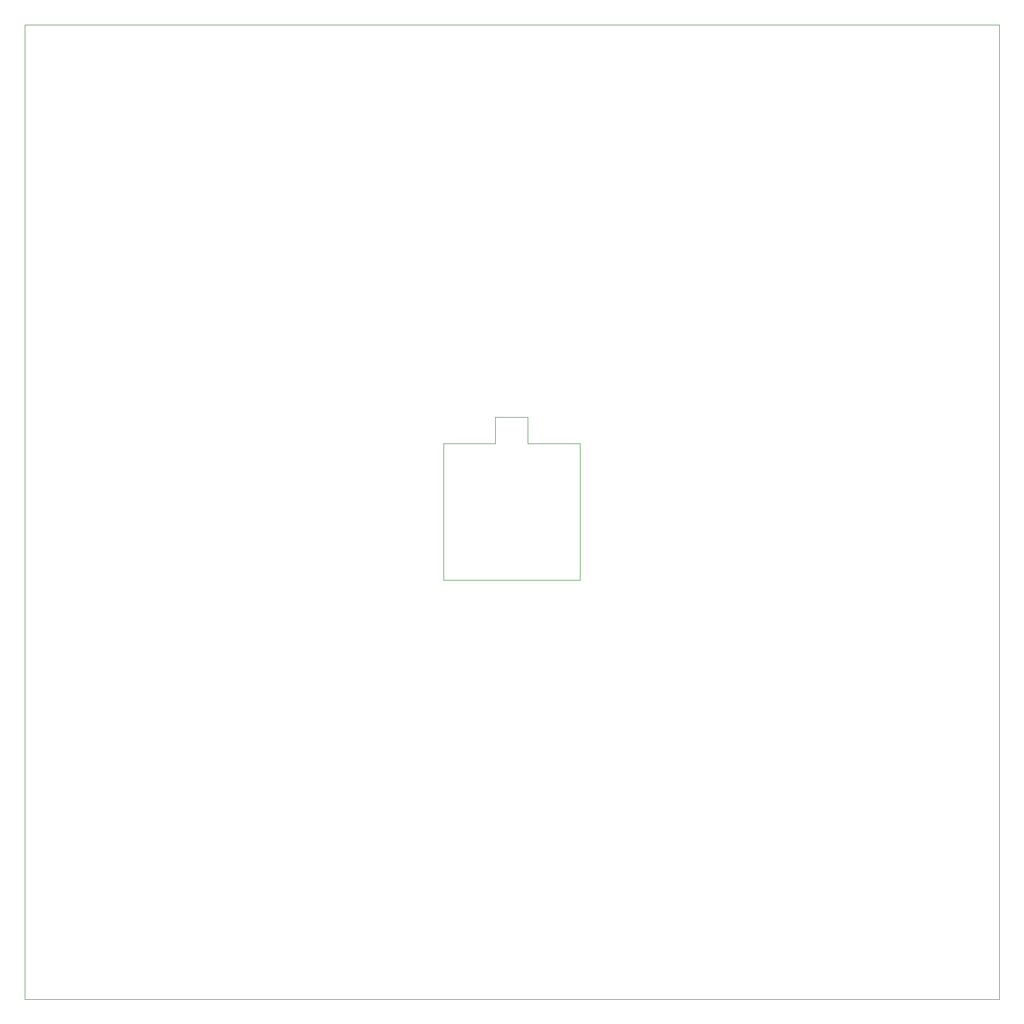
<source format=gbr>
G04 #@! TF.GenerationSoftware,KiCad,Pcbnew,(5.1.2)-1*
G04 #@! TF.CreationDate,2019-05-13T14:56:28-07:00*
G04 #@! TF.ProjectId,backplane,6261636b-706c-4616-9e65-2e6b69636164,v1.1*
G04 #@! TF.SameCoordinates,Original*
G04 #@! TF.FileFunction,Profile,NP*
%FSLAX46Y46*%
G04 Gerber Fmt 4.6, Leading zero omitted, Abs format (unit mm)*
G04 Created by KiCad (PCBNEW (5.1.2)-1) date 2019-05-13 14:56:28*
%MOMM*%
%LPD*%
G04 APERTURE LIST*
%ADD10C,0.050000*%
%ADD11C,0.100000*%
G04 APERTURE END LIST*
D10*
X22860000Y-180480000D02*
X22860000Y-30480000D01*
X172860000Y-180480000D02*
X22860000Y-180480000D01*
X172860000Y-30480000D02*
X172860000Y-180480000D01*
X22860000Y-30480000D02*
X172860000Y-30480000D01*
D11*
X108290000Y-94910000D02*
X108290000Y-115910000D01*
X108290000Y-115910000D02*
X87290000Y-115910000D01*
X87290000Y-115910000D02*
X87290000Y-94910000D01*
X87290000Y-94910000D02*
X95290000Y-94910000D01*
X95290000Y-94910000D02*
X95290000Y-90910000D01*
X95290000Y-90910000D02*
X100290000Y-90910000D01*
X100290000Y-90910000D02*
X100290000Y-94910000D01*
X100290000Y-94910000D02*
X108290000Y-94910000D01*
M02*

</source>
